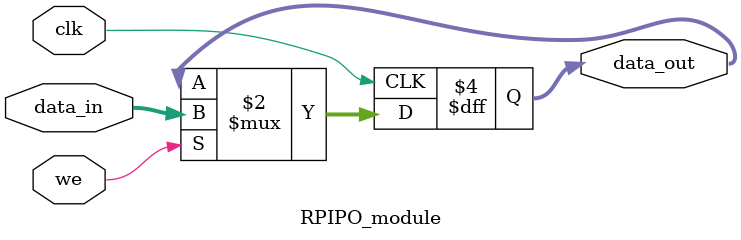
<source format=sv>
`timescale 1ns / 1ps
module RPIPO_module(
  input wire clk,
  input wire we,
  input wire [15:0] data_in,
  output reg [15:0] data_out
);

    always @(posedge clk) begin
      if (we) begin
        data_out <= data_in;
      end
    end

endmodule

</source>
